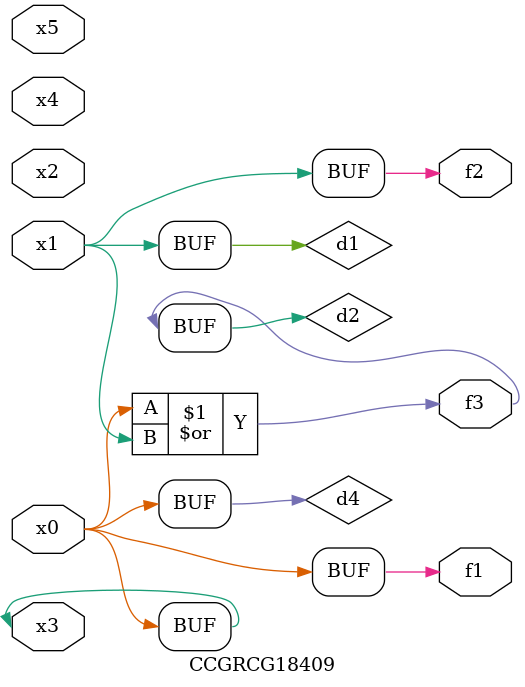
<source format=v>
module CCGRCG18409(
	input x0, x1, x2, x3, x4, x5,
	output f1, f2, f3
);

	wire d1, d2, d3, d4;

	and (d1, x1);
	or (d2, x0, x1);
	nand (d3, x0, x5);
	buf (d4, x0, x3);
	assign f1 = d4;
	assign f2 = d1;
	assign f3 = d2;
endmodule

</source>
